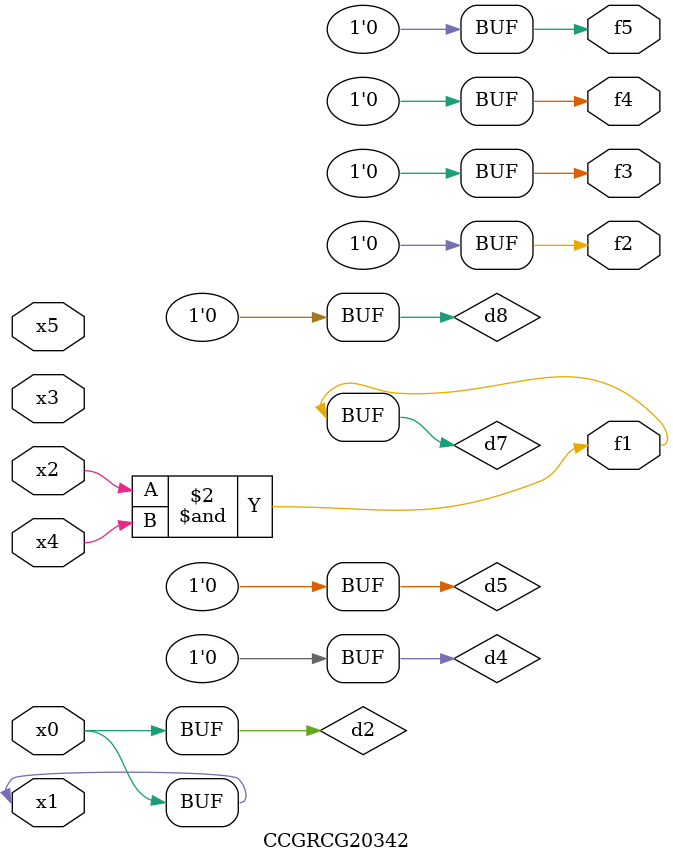
<source format=v>
module CCGRCG20342(
	input x0, x1, x2, x3, x4, x5,
	output f1, f2, f3, f4, f5
);

	wire d1, d2, d3, d4, d5, d6, d7, d8, d9;

	nand (d1, x1);
	buf (d2, x0, x1);
	nand (d3, x2, x4);
	and (d4, d1, d2);
	and (d5, d1, d2);
	nand (d6, d1, d3);
	not (d7, d3);
	xor (d8, d5);
	nor (d9, d5, d6);
	assign f1 = d7;
	assign f2 = d8;
	assign f3 = d8;
	assign f4 = d8;
	assign f5 = d8;
endmodule

</source>
